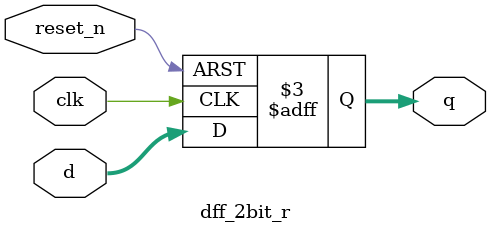
<source format=v>
module dff_2bit_r (clk, reset_n, d, q); // moudle name is dff_2bit_r
	input clk, reset_n;// 1bit input
	input [1:0] d;// 2bit input
	output reg [1:0] q; //2bit output reg
	
	always @(posedge clk or negedge reset_n)
		begin
			if(~reset_n) q<=2'b00; //reset on
			else q<=d;// else case
		
		end
		
endmodule

</source>
